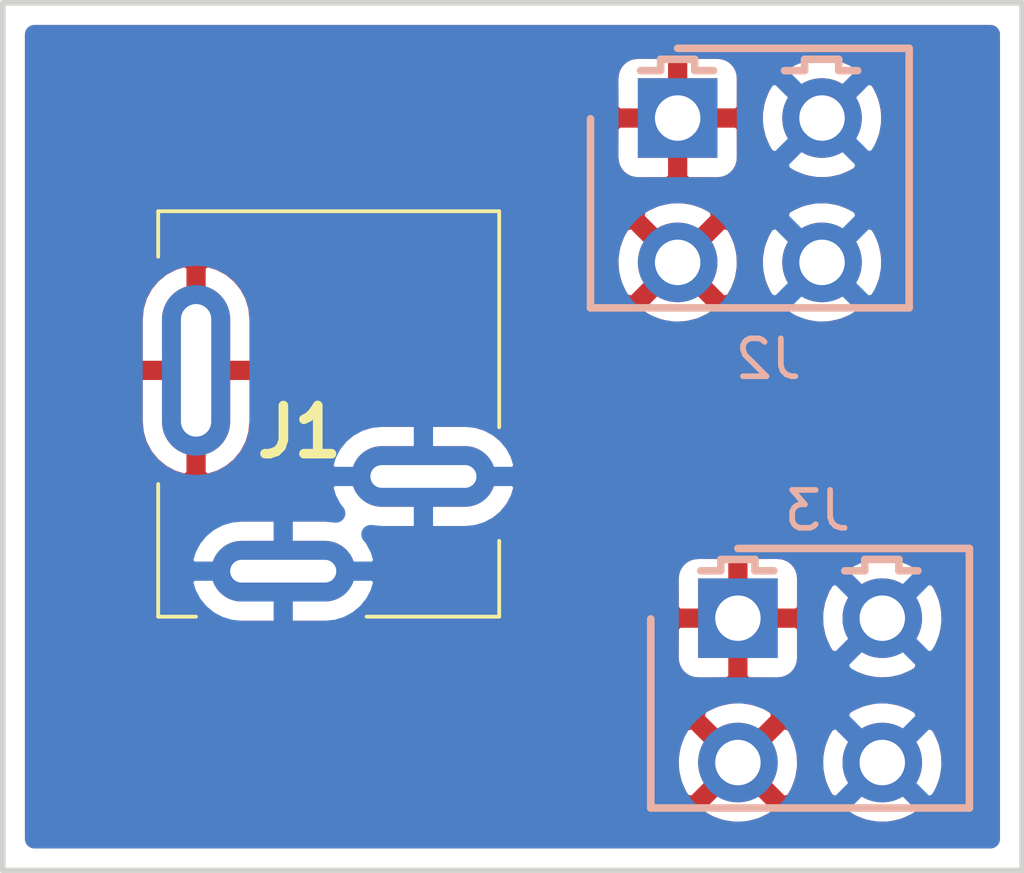
<source format=kicad_pcb>
(kicad_pcb (version 20171130) (host pcbnew "(5.1.6-0-10_14)")

  (general
    (thickness 1.6)
    (drawings 4)
    (tracks 0)
    (zones 0)
    (modules 3)
    (nets 3)
  )

  (page A4)
  (layers
    (0 F.Cu signal)
    (31 B.Cu signal)
    (32 B.Adhes user)
    (33 F.Adhes user)
    (34 B.Paste user)
    (35 F.Paste user)
    (36 B.SilkS user)
    (37 F.SilkS user)
    (38 B.Mask user)
    (39 F.Mask user)
    (40 Dwgs.User user)
    (41 Cmts.User user)
    (42 Eco1.User user)
    (43 Eco2.User user)
    (44 Edge.Cuts user)
    (45 Margin user)
    (46 B.CrtYd user)
    (47 F.CrtYd user)
    (48 B.Fab user)
    (49 F.Fab user)
  )

  (setup
    (last_trace_width 0.25)
    (trace_clearance 0.2)
    (zone_clearance 0.508)
    (zone_45_only no)
    (trace_min 0.2)
    (via_size 0.8)
    (via_drill 0.4)
    (via_min_size 0.4)
    (via_min_drill 0.3)
    (uvia_size 0.3)
    (uvia_drill 0.1)
    (uvias_allowed no)
    (uvia_min_size 0.2)
    (uvia_min_drill 0.1)
    (edge_width 0.05)
    (segment_width 0.2)
    (pcb_text_width 0.3)
    (pcb_text_size 1.5 1.5)
    (mod_edge_width 0.12)
    (mod_text_size 1 1)
    (mod_text_width 0.15)
    (pad_size 1.524 1.524)
    (pad_drill 0.762)
    (pad_to_mask_clearance 0.051)
    (solder_mask_min_width 0.25)
    (aux_axis_origin 0 0)
    (grid_origin 56.7 88.3)
    (visible_elements FFFFFF7F)
    (pcbplotparams
      (layerselection 0x010fc_ffffffff)
      (usegerberextensions false)
      (usegerberattributes false)
      (usegerberadvancedattributes false)
      (creategerberjobfile false)
      (excludeedgelayer true)
      (linewidth 0.100000)
      (plotframeref false)
      (viasonmask false)
      (mode 1)
      (useauxorigin false)
      (hpglpennumber 1)
      (hpglpenspeed 20)
      (hpglpendiameter 15.000000)
      (psnegative false)
      (psa4output false)
      (plotreference true)
      (plotvalue true)
      (plotinvisibletext false)
      (padsonsilk false)
      (subtractmaskfromsilk false)
      (outputformat 1)
      (mirror false)
      (drillshape 1)
      (scaleselection 1)
      (outputdirectory ""))
  )

  (net 0 "")
  (net 1 VCC)
  (net 2 GND)

  (net_class Default "This is the default net class."
    (clearance 0.2)
    (trace_width 0.25)
    (via_dia 0.8)
    (via_drill 0.4)
    (uvia_dia 0.3)
    (uvia_drill 0.1)
    (add_net GND)
    (add_net VCC)
  )

  (module Connector_BarrelJack:Wurth_694108402002 (layer F.Cu) (tedit 5F2C8408) (tstamp 5EEB5CBE)
    (at 68 70.3)
    (descr 694108402002-1)
    (tags Connector)
    (path /5EEB7694)
    (fp_text reference J1 (at 2.727 1.624) (layer F.SilkS)
      (effects (font (size 1.27 1.27) (thickness 0.254)))
    )
    (fp_text value Barrel_Jack_Switch (at 2.727 1.624) (layer F.SilkS) hide
      (effects (font (size 1.27 1.27) (thickness 0.254)))
    )
    (fp_text user %R (at 2.727 1.624) (layer F.Fab)
      (effects (font (size 1.27 1.27) (thickness 0.254)))
    )
    (fp_line (start -1 -4.2) (end 8 -4.2) (layer F.Fab) (width 0.2))
    (fp_line (start 8 -4.2) (end 8 6.5) (layer F.Fab) (width 0.2))
    (fp_line (start 8 6.5) (end -1 6.5) (layer F.Fab) (width 0.2))
    (fp_line (start -1 6.5) (end -1 -4.2) (layer F.Fab) (width 0.2))
    (fp_line (start -3.693 -5.2) (end 9.148 -5.2) (layer F.CrtYd) (width 0.1))
    (fp_line (start 9.148 -5.2) (end 9.148 8.448) (layer F.CrtYd) (width 0.1))
    (fp_line (start 9.148 8.448) (end -3.693 8.448) (layer F.CrtYd) (width 0.1))
    (fp_line (start -3.693 8.448) (end -3.693 -5.2) (layer F.CrtYd) (width 0.1))
    (fp_line (start -1 -3) (end -1 -4.2) (layer F.SilkS) (width 0.1))
    (fp_line (start -1 -4.2) (end 8 -4.2) (layer F.SilkS) (width 0.1))
    (fp_line (start 8 -4.2) (end 8 1.5) (layer F.SilkS) (width 0.1))
    (fp_line (start -1 3) (end -1 6.5) (layer F.SilkS) (width 0.1))
    (fp_line (start -1 6.5) (end 0 6.5) (layer F.SilkS) (width 0.1))
    (fp_line (start 4.5 6.5) (end 8 6.5) (layer F.SilkS) (width 0.1))
    (fp_line (start 8 6.5) (end 8 4.5) (layer F.SilkS) (width 0.1))
    (pad 1 thru_hole oval (at 0 0) (size 1.8 4.5) (drill oval 0.8 3.5) (layers *.Cu *.Mask)
      (net 1 VCC))
    (pad 2 thru_hole oval (at 2.3 5.3) (size 3.8 1.6) (drill oval 2.8 0.6) (layers *.Cu *.Mask)
      (net 2 GND))
    (pad 3 thru_hole oval (at 6 2.8) (size 3.8 1.6) (drill oval 2.8 0.6) (layers *.Cu *.Mask)
      (net 2 GND))
    (model 694108402002.stp
      (at (xyz 0 0 0))
      (scale (xyz 1 1 1))
      (rotate (xyz 0 0 0))
    )
  )

  (module Connector:PhoenixContact_IMCV_1777710 (layer B.Cu) (tedit 5EEA640B) (tstamp 5EEAC4A8)
    (at 78.41 61.8)
    (path /5EEC77C2)
    (fp_text reference J2 (at 4.69 8.2) (layer B.SilkS)
      (effects (font (size 1 1) (thickness 0.15)) (justify mirror))
    )
    (fp_text value Phoenix_IMC_1862577 (at 3.93 9) (layer B.Fab) hide
      (effects (font (size 1 1) (thickness 0.15)) (justify mirror))
    )
    (fp_line (start 8.41 6.85) (end 8.41 0) (layer B.Fab) (width 0.1))
    (fp_line (start 8.66 7.1) (end 8.66 -0.25) (layer B.CrtYd) (width 0.05))
    (fp_line (start -0.25 7.1) (end 8.66 7.1) (layer B.CrtYd) (width 0.05))
    (fp_line (start 0 0) (end 0 6.85) (layer B.Fab) (width 0.1))
    (fp_line (start 2.3 0) (end 8.41 0) (layer B.SilkS) (width 0.2))
    (fp_line (start -0.25 -0.25) (end -0.25 7.1) (layer B.CrtYd) (width 0.05))
    (fp_line (start 0 6.85) (end 0 1.86) (layer B.SilkS) (width 0.2))
    (fp_line (start 8.41 0) (end 8.41 6.85) (layer B.SilkS) (width 0.2))
    (fp_line (start 8.41 6.85) (end 0 6.85) (layer B.SilkS) (width 0.2))
    (fp_line (start 8.66 -0.25) (end -0.25 -0.25) (layer B.CrtYd) (width 0.05))
    (fp_line (start 0 6.85) (end 8.41 6.85) (layer B.Fab) (width 0.1))
    (fp_line (start 8.41 0) (end 0 0) (layer B.Fab) (width 0.1))
    (fp_line (start 1.32 0.59) (end 1.85 0.59) (layer B.SilkS) (width 0.2))
    (fp_line (start 2.75 0.59) (end 3.25 0.59) (layer B.SilkS) (width 0.2))
    (fp_line (start 1.85 0.29) (end 1.85 0.59) (layer B.SilkS) (width 0.2))
    (fp_line (start 2.75 0.29) (end 2.75 0.59) (layer B.SilkS) (width 0.2))
    (fp_line (start 1.85 0.29) (end 2.75 0.29) (layer B.SilkS) (width 0.2))
    (fp_line (start 5.65 0.29) (end 6.55 0.29) (layer B.SilkS) (width 0.2))
    (fp_line (start 6.55 0.29) (end 6.55 0.59) (layer B.SilkS) (width 0.2))
    (fp_line (start 5.65 0.29) (end 5.65 0.59) (layer B.SilkS) (width 0.2))
    (fp_line (start 6.55 0.59) (end 7.05 0.59) (layer B.SilkS) (width 0.2))
    (fp_line (start 5.12 0.59) (end 5.65 0.59) (layer B.SilkS) (width 0.2))
    (pad 1 thru_hole rect (at 2.3 1.84) (size 2.1 2.1) (drill 1.2) (layers *.Cu *.Mask)
      (net 1 VCC))
    (pad 2 thru_hole circle (at 2.3 5.65) (size 2.1 2.1) (drill 1.2) (layers *.Cu *.Mask)
      (net 1 VCC))
    (pad 3 thru_hole circle (at 6.11 1.84) (size 2.1 2.1) (drill 1.2) (layers *.Cu *.Mask)
      (net 2 GND))
    (pad 4 thru_hole circle (at 6.11 5.65) (size 2.1 2.1) (drill 1.2) (layers *.Cu *.Mask)
      (net 2 GND))
  )

  (module Connector:PhoenixContact_IMCV_1777710 (layer B.Cu) (tedit 5EEA640B) (tstamp 5EEAC1CA)
    (at 80 75)
    (path /5EEAA47A)
    (fp_text reference J3 (at 4.4 -1) (layer B.SilkS)
      (effects (font (size 1 1) (thickness 0.15)) (justify mirror))
    )
    (fp_text value Phoenix_IMC_1862577 (at -1.9 -1.5 90) (layer B.Fab) hide
      (effects (font (size 1 1) (thickness 0.15)) (justify mirror))
    )
    (fp_line (start 8.41 6.85) (end 8.41 0) (layer B.Fab) (width 0.1))
    (fp_line (start 8.66 7.1) (end 8.66 -0.25) (layer B.CrtYd) (width 0.05))
    (fp_line (start -0.25 7.1) (end 8.66 7.1) (layer B.CrtYd) (width 0.05))
    (fp_line (start 0 0) (end 0 6.85) (layer B.Fab) (width 0.1))
    (fp_line (start 2.3 0) (end 8.41 0) (layer B.SilkS) (width 0.2))
    (fp_line (start -0.25 -0.25) (end -0.25 7.1) (layer B.CrtYd) (width 0.05))
    (fp_line (start 0 6.85) (end 0 1.86) (layer B.SilkS) (width 0.2))
    (fp_line (start 8.41 0) (end 8.41 6.85) (layer B.SilkS) (width 0.2))
    (fp_line (start 8.41 6.85) (end 0 6.85) (layer B.SilkS) (width 0.2))
    (fp_line (start 8.66 -0.25) (end -0.25 -0.25) (layer B.CrtYd) (width 0.05))
    (fp_line (start 0 6.85) (end 8.41 6.85) (layer B.Fab) (width 0.1))
    (fp_line (start 8.41 0) (end 0 0) (layer B.Fab) (width 0.1))
    (fp_line (start 1.32 0.59) (end 1.85 0.59) (layer B.SilkS) (width 0.2))
    (fp_line (start 2.75 0.59) (end 3.25 0.59) (layer B.SilkS) (width 0.2))
    (fp_line (start 1.85 0.29) (end 1.85 0.59) (layer B.SilkS) (width 0.2))
    (fp_line (start 2.75 0.29) (end 2.75 0.59) (layer B.SilkS) (width 0.2))
    (fp_line (start 1.85 0.29) (end 2.75 0.29) (layer B.SilkS) (width 0.2))
    (fp_line (start 5.65 0.29) (end 6.55 0.29) (layer B.SilkS) (width 0.2))
    (fp_line (start 6.55 0.29) (end 6.55 0.59) (layer B.SilkS) (width 0.2))
    (fp_line (start 5.65 0.29) (end 5.65 0.59) (layer B.SilkS) (width 0.2))
    (fp_line (start 6.55 0.59) (end 7.05 0.59) (layer B.SilkS) (width 0.2))
    (fp_line (start 5.12 0.59) (end 5.65 0.59) (layer B.SilkS) (width 0.2))
    (pad 1 thru_hole rect (at 2.3 1.84) (size 2.1 2.1) (drill 1.2) (layers *.Cu *.Mask)
      (net 1 VCC))
    (pad 2 thru_hole circle (at 2.3 5.65) (size 2.1 2.1) (drill 1.2) (layers *.Cu *.Mask)
      (net 1 VCC))
    (pad 3 thru_hole circle (at 6.11 1.84) (size 2.1 2.1) (drill 1.2) (layers *.Cu *.Mask)
      (net 2 GND))
    (pad 4 thru_hole circle (at 6.11 5.65) (size 2.1 2.1) (drill 1.2) (layers *.Cu *.Mask)
      (net 2 GND))
  )

  (gr_line (start 62.9 83.5) (end 62.9 60.6) (layer Edge.Cuts) (width 0.15) (tstamp 5EEA5DC3))
  (gr_line (start 89.8 83.5) (end 62.9 83.5) (layer Edge.Cuts) (width 0.15) (tstamp 5EEB5B8F))
  (gr_line (start 89.8 60.6) (end 89.8 83.5) (layer Edge.Cuts) (width 0.15))
  (gr_line (start 62.9 60.6) (end 89.8 60.6) (layer Edge.Cuts) (width 0.15))

  (zone (net 1) (net_name VCC) (layer F.Cu) (tstamp 0) (hatch edge 0.508)
    (connect_pads (clearance 0.508))
    (min_thickness 0.5)
    (fill yes (arc_segments 32) (thermal_gap 0.508) (thermal_bridge_width 0.508))
    (polygon
      (pts
        (xy 89.815626 83.5) (xy 62.968751 83.5) (xy 62.8625 60.6) (xy 89.784375 60.6)
      )
    )
    (filled_polygon
      (pts
        (xy 88.967001 82.667) (xy 63.733 82.667) (xy 63.733 81.803463) (xy 81.152194 81.803463) (xy 81.235381 82.122128)
        (xy 81.543035 82.301538) (xy 81.879779 82.417481) (xy 82.232672 82.465501) (xy 82.588152 82.443751) (xy 82.932559 82.353069)
        (xy 83.252657 82.196939) (xy 83.364619 82.122128) (xy 83.447806 81.803463) (xy 82.3 80.655657) (xy 81.152194 81.803463)
        (xy 63.733 81.803463) (xy 63.733 80.582672) (xy 80.484499 80.582672) (xy 80.506249 80.938152) (xy 80.596931 81.282559)
        (xy 80.753061 81.602657) (xy 80.827872 81.714619) (xy 81.146537 81.797806) (xy 82.294343 80.65) (xy 82.305657 80.65)
        (xy 83.453463 81.797806) (xy 83.772128 81.714619) (xy 83.951538 81.406965) (xy 84.067481 81.070221) (xy 84.115501 80.717328)
        (xy 84.100487 80.471928) (xy 84.302 80.471928) (xy 84.302 80.828072) (xy 84.371481 81.177374) (xy 84.507771 81.506409)
        (xy 84.705635 81.802533) (xy 84.957467 82.054365) (xy 85.253591 82.252229) (xy 85.582626 82.388519) (xy 85.931928 82.458)
        (xy 86.288072 82.458) (xy 86.637374 82.388519) (xy 86.966409 82.252229) (xy 87.262533 82.054365) (xy 87.514365 81.802533)
        (xy 87.712229 81.506409) (xy 87.848519 81.177374) (xy 87.918 80.828072) (xy 87.918 80.471928) (xy 87.848519 80.122626)
        (xy 87.712229 79.793591) (xy 87.514365 79.497467) (xy 87.262533 79.245635) (xy 86.966409 79.047771) (xy 86.637374 78.911481)
        (xy 86.288072 78.842) (xy 85.931928 78.842) (xy 85.582626 78.911481) (xy 85.253591 79.047771) (xy 84.957467 79.245635)
        (xy 84.705635 79.497467) (xy 84.507771 79.793591) (xy 84.371481 80.122626) (xy 84.302 80.471928) (xy 84.100487 80.471928)
        (xy 84.093751 80.361848) (xy 84.003069 80.017441) (xy 83.846939 79.697343) (xy 83.772128 79.585381) (xy 83.453463 79.502194)
        (xy 82.305657 80.65) (xy 82.294343 80.65) (xy 81.146537 79.502194) (xy 80.827872 79.585381) (xy 80.648462 79.893035)
        (xy 80.532519 80.229779) (xy 80.484499 80.582672) (xy 63.733 80.582672) (xy 63.733 79.496537) (xy 81.152194 79.496537)
        (xy 82.3 80.644343) (xy 83.447806 79.496537) (xy 83.364619 79.177872) (xy 83.056965 78.998462) (xy 82.720221 78.882519)
        (xy 82.367328 78.834499) (xy 82.011848 78.856249) (xy 81.667441 78.946931) (xy 81.347343 79.103061) (xy 81.235381 79.177872)
        (xy 81.152194 79.496537) (xy 63.733 79.496537) (xy 63.733 77.89) (xy 80.488332 77.89) (xy 80.502967 78.038594)
        (xy 80.546311 78.181478) (xy 80.616696 78.31316) (xy 80.711419 78.428581) (xy 80.82684 78.523304) (xy 80.958522 78.593689)
        (xy 81.101406 78.637033) (xy 81.25 78.651668) (xy 82.1065 78.648) (xy 82.296 78.4585) (xy 82.296 76.844)
        (xy 82.304 76.844) (xy 82.304 78.4585) (xy 82.4935 78.648) (xy 83.35 78.651668) (xy 83.498594 78.637033)
        (xy 83.641478 78.593689) (xy 83.77316 78.523304) (xy 83.888581 78.428581) (xy 83.983304 78.31316) (xy 84.053689 78.181478)
        (xy 84.097033 78.038594) (xy 84.111668 77.89) (xy 84.108 77.0335) (xy 83.9185 76.844) (xy 82.304 76.844)
        (xy 82.296 76.844) (xy 80.6815 76.844) (xy 80.492 77.0335) (xy 80.488332 77.89) (xy 63.733 77.89)
        (xy 63.733 75.6) (xy 67.634462 75.6) (xy 67.664543 75.905421) (xy 67.753631 76.199105) (xy 67.898303 76.469766)
        (xy 68.092997 76.707003) (xy 68.330234 76.901697) (xy 68.600895 77.046369) (xy 68.894579 77.135457) (xy 69.123465 77.158)
        (xy 71.476535 77.158) (xy 71.705421 77.135457) (xy 71.999105 77.046369) (xy 72.269766 76.901697) (xy 72.507003 76.707003)
        (xy 72.701697 76.469766) (xy 72.846369 76.199105) (xy 72.935457 75.905421) (xy 72.946824 75.79) (xy 80.488332 75.79)
        (xy 80.492 76.6465) (xy 80.6815 76.836) (xy 82.296 76.836) (xy 82.296 75.2215) (xy 82.304 75.2215)
        (xy 82.304 76.836) (xy 83.9185 76.836) (xy 84.092572 76.661928) (xy 84.302 76.661928) (xy 84.302 77.018072)
        (xy 84.371481 77.367374) (xy 84.507771 77.696409) (xy 84.705635 77.992533) (xy 84.957467 78.244365) (xy 85.253591 78.442229)
        (xy 85.582626 78.578519) (xy 85.931928 78.648) (xy 86.288072 78.648) (xy 86.637374 78.578519) (xy 86.966409 78.442229)
        (xy 87.262533 78.244365) (xy 87.514365 77.992533) (xy 87.712229 77.696409) (xy 87.848519 77.367374) (xy 87.918 77.018072)
        (xy 87.918 76.661928) (xy 87.848519 76.312626) (xy 87.712229 75.983591) (xy 87.514365 75.687467) (xy 87.262533 75.435635)
        (xy 86.966409 75.237771) (xy 86.637374 75.101481) (xy 86.288072 75.032) (xy 85.931928 75.032) (xy 85.582626 75.101481)
        (xy 85.253591 75.237771) (xy 84.957467 75.435635) (xy 84.705635 75.687467) (xy 84.507771 75.983591) (xy 84.371481 76.312626)
        (xy 84.302 76.661928) (xy 84.092572 76.661928) (xy 84.108 76.6465) (xy 84.111668 75.79) (xy 84.097033 75.641406)
        (xy 84.053689 75.498522) (xy 83.983304 75.36684) (xy 83.888581 75.251419) (xy 83.77316 75.156696) (xy 83.641478 75.086311)
        (xy 83.498594 75.042967) (xy 83.35 75.028332) (xy 82.4935 75.032) (xy 82.304 75.2215) (xy 82.296 75.2215)
        (xy 82.1065 75.032) (xy 81.25 75.028332) (xy 81.101406 75.042967) (xy 80.958522 75.086311) (xy 80.82684 75.156696)
        (xy 80.711419 75.251419) (xy 80.616696 75.36684) (xy 80.546311 75.498522) (xy 80.502967 75.641406) (xy 80.488332 75.79)
        (xy 72.946824 75.79) (xy 72.965538 75.6) (xy 72.935457 75.294579) (xy 72.846369 75.000895) (xy 72.701697 74.730234)
        (xy 72.626496 74.6386) (xy 72.823465 74.658) (xy 75.176535 74.658) (xy 75.405421 74.635457) (xy 75.699105 74.546369)
        (xy 75.969766 74.401697) (xy 76.207003 74.207003) (xy 76.401697 73.969766) (xy 76.546369 73.699105) (xy 76.635457 73.405421)
        (xy 76.665538 73.1) (xy 76.635457 72.794579) (xy 76.546369 72.500895) (xy 76.401697 72.230234) (xy 76.207003 71.992997)
        (xy 75.969766 71.798303) (xy 75.699105 71.653631) (xy 75.405421 71.564543) (xy 75.176535 71.542) (xy 72.823465 71.542)
        (xy 72.594579 71.564543) (xy 72.300895 71.653631) (xy 72.030234 71.798303) (xy 71.792997 71.992997) (xy 71.598303 72.230234)
        (xy 71.453631 72.500895) (xy 71.364543 72.794579) (xy 71.334462 73.1) (xy 71.364543 73.405421) (xy 71.453631 73.699105)
        (xy 71.598303 73.969766) (xy 71.673504 74.0614) (xy 71.476535 74.042) (xy 69.123465 74.042) (xy 68.894579 74.064543)
        (xy 68.600895 74.153631) (xy 68.330234 74.298303) (xy 68.092997 74.492997) (xy 67.898303 74.730234) (xy 67.753631 75.000895)
        (xy 67.664543 75.294579) (xy 67.634462 75.6) (xy 63.733 75.6) (xy 63.733 70.304) (xy 66.342 70.304)
        (xy 66.342 71.654) (xy 66.374638 71.977383) (xy 66.469738 72.288185) (xy 66.623645 72.574462) (xy 66.830445 72.825212)
        (xy 67.08219 73.030799) (xy 67.369206 73.183323) (xy 67.680463 73.276922) (xy 67.736682 73.286957) (xy 67.996 73.118495)
        (xy 67.996 70.304) (xy 68.004 70.304) (xy 68.004 73.118495) (xy 68.263318 73.286957) (xy 68.319537 73.276922)
        (xy 68.630794 73.183323) (xy 68.91781 73.030799) (xy 69.169555 72.825212) (xy 69.376355 72.574462) (xy 69.530262 72.288185)
        (xy 69.625362 71.977383) (xy 69.658 71.654) (xy 69.658 70.304) (xy 68.004 70.304) (xy 67.996 70.304)
        (xy 66.342 70.304) (xy 63.733 70.304) (xy 63.733 68.946) (xy 66.342 68.946) (xy 66.342 70.296)
        (xy 67.996 70.296) (xy 67.996 67.481505) (xy 68.004 67.481505) (xy 68.004 70.296) (xy 69.658 70.296)
        (xy 69.658 68.946) (xy 69.625362 68.622617) (xy 69.619502 68.603463) (xy 79.562194 68.603463) (xy 79.645381 68.922128)
        (xy 79.953035 69.101538) (xy 80.289779 69.217481) (xy 80.642672 69.265501) (xy 80.998152 69.243751) (xy 81.342559 69.153069)
        (xy 81.662657 68.996939) (xy 81.774619 68.922128) (xy 81.857806 68.603463) (xy 80.71 67.455657) (xy 79.562194 68.603463)
        (xy 69.619502 68.603463) (xy 69.530262 68.311815) (xy 69.376355 68.025538) (xy 69.169555 67.774788) (xy 68.91781 67.569201)
        (xy 68.630794 67.416677) (xy 68.517713 67.382672) (xy 78.894499 67.382672) (xy 78.916249 67.738152) (xy 79.006931 68.082559)
        (xy 79.163061 68.402657) (xy 79.237872 68.514619) (xy 79.556537 68.597806) (xy 80.704343 67.45) (xy 80.715657 67.45)
        (xy 81.863463 68.597806) (xy 82.182128 68.514619) (xy 82.361538 68.206965) (xy 82.477481 67.870221) (xy 82.525501 67.517328)
        (xy 82.510487 67.271928) (xy 82.712 67.271928) (xy 82.712 67.628072) (xy 82.781481 67.977374) (xy 82.917771 68.306409)
        (xy 83.115635 68.602533) (xy 83.367467 68.854365) (xy 83.663591 69.052229) (xy 83.992626 69.188519) (xy 84.341928 69.258)
        (xy 84.698072 69.258) (xy 85.047374 69.188519) (xy 85.376409 69.052229) (xy 85.672533 68.854365) (xy 85.924365 68.602533)
        (xy 86.122229 68.306409) (xy 86.258519 67.977374) (xy 86.328 67.628072) (xy 86.328 67.271928) (xy 86.258519 66.922626)
        (xy 86.122229 66.593591) (xy 85.924365 66.297467) (xy 85.672533 66.045635) (xy 85.376409 65.847771) (xy 85.047374 65.711481)
        (xy 84.698072 65.642) (xy 84.341928 65.642) (xy 83.992626 65.711481) (xy 83.663591 65.847771) (xy 83.367467 66.045635)
        (xy 83.115635 66.297467) (xy 82.917771 66.593591) (xy 82.781481 66.922626) (xy 82.712 67.271928) (xy 82.510487 67.271928)
        (xy 82.503751 67.161848) (xy 82.413069 66.817441) (xy 82.256939 66.497343) (xy 82.182128 66.385381) (xy 81.863463 66.302194)
        (xy 80.715657 67.45) (xy 80.704343 67.45) (xy 79.556537 66.302194) (xy 79.237872 66.385381) (xy 79.058462 66.693035)
        (xy 78.942519 67.029779) (xy 78.894499 67.382672) (xy 68.517713 67.382672) (xy 68.319537 67.323078) (xy 68.263318 67.313043)
        (xy 68.004 67.481505) (xy 67.996 67.481505) (xy 67.736682 67.313043) (xy 67.680463 67.323078) (xy 67.369206 67.416677)
        (xy 67.08219 67.569201) (xy 66.830445 67.774788) (xy 66.623645 68.025538) (xy 66.469738 68.311815) (xy 66.374638 68.622617)
        (xy 66.342 68.946) (xy 63.733 68.946) (xy 63.733 66.296537) (xy 79.562194 66.296537) (xy 80.71 67.444343)
        (xy 81.857806 66.296537) (xy 81.774619 65.977872) (xy 81.466965 65.798462) (xy 81.130221 65.682519) (xy 80.777328 65.634499)
        (xy 80.421848 65.656249) (xy 80.077441 65.746931) (xy 79.757343 65.903061) (xy 79.645381 65.977872) (xy 79.562194 66.296537)
        (xy 63.733 66.296537) (xy 63.733 64.69) (xy 78.898332 64.69) (xy 78.912967 64.838594) (xy 78.956311 64.981478)
        (xy 79.026696 65.11316) (xy 79.121419 65.228581) (xy 79.23684 65.323304) (xy 79.368522 65.393689) (xy 79.511406 65.437033)
        (xy 79.66 65.451668) (xy 80.5165 65.448) (xy 80.706 65.2585) (xy 80.706 63.644) (xy 80.714 63.644)
        (xy 80.714 65.2585) (xy 80.9035 65.448) (xy 81.76 65.451668) (xy 81.908594 65.437033) (xy 82.051478 65.393689)
        (xy 82.18316 65.323304) (xy 82.298581 65.228581) (xy 82.393304 65.11316) (xy 82.463689 64.981478) (xy 82.507033 64.838594)
        (xy 82.521668 64.69) (xy 82.518 63.8335) (xy 82.3285 63.644) (xy 80.714 63.644) (xy 80.706 63.644)
        (xy 79.0915 63.644) (xy 78.902 63.8335) (xy 78.898332 64.69) (xy 63.733 64.69) (xy 63.733 62.59)
        (xy 78.898332 62.59) (xy 78.902 63.4465) (xy 79.0915 63.636) (xy 80.706 63.636) (xy 80.706 62.0215)
        (xy 80.714 62.0215) (xy 80.714 63.636) (xy 82.3285 63.636) (xy 82.502572 63.461928) (xy 82.712 63.461928)
        (xy 82.712 63.818072) (xy 82.781481 64.167374) (xy 82.917771 64.496409) (xy 83.115635 64.792533) (xy 83.367467 65.044365)
        (xy 83.663591 65.242229) (xy 83.992626 65.378519) (xy 84.341928 65.448) (xy 84.698072 65.448) (xy 85.047374 65.378519)
        (xy 85.376409 65.242229) (xy 85.672533 65.044365) (xy 85.924365 64.792533) (xy 86.122229 64.496409) (xy 86.258519 64.167374)
        (xy 86.328 63.818072) (xy 86.328 63.461928) (xy 86.258519 63.112626) (xy 86.122229 62.783591) (xy 85.924365 62.487467)
        (xy 85.672533 62.235635) (xy 85.376409 62.037771) (xy 85.047374 61.901481) (xy 84.698072 61.832) (xy 84.341928 61.832)
        (xy 83.992626 61.901481) (xy 83.663591 62.037771) (xy 83.367467 62.235635) (xy 83.115635 62.487467) (xy 82.917771 62.783591)
        (xy 82.781481 63.112626) (xy 82.712 63.461928) (xy 82.502572 63.461928) (xy 82.518 63.4465) (xy 82.521668 62.59)
        (xy 82.507033 62.441406) (xy 82.463689 62.298522) (xy 82.393304 62.16684) (xy 82.298581 62.051419) (xy 82.18316 61.956696)
        (xy 82.051478 61.886311) (xy 81.908594 61.842967) (xy 81.76 61.828332) (xy 80.9035 61.832) (xy 80.714 62.0215)
        (xy 80.706 62.0215) (xy 80.5165 61.832) (xy 79.66 61.828332) (xy 79.511406 61.842967) (xy 79.368522 61.886311)
        (xy 79.23684 61.956696) (xy 79.121419 62.051419) (xy 79.026696 62.16684) (xy 78.956311 62.298522) (xy 78.912967 62.441406)
        (xy 78.898332 62.59) (xy 63.733 62.59) (xy 63.733 61.433) (xy 88.967 61.433)
      )
    )
  )
  (zone (net 2) (net_name GND) (layer B.Cu) (tstamp 5EEA63B2) (hatch edge 0.508)
    (connect_pads (clearance 0.508))
    (min_thickness 0.5)
    (fill yes (arc_segments 32) (thermal_gap 0.508) (thermal_bridge_width 0.508))
    (polygon
      (pts
        (xy 89.75 83.5) (xy 62.85 83.5) (xy 62.9 60.6) (xy 89.8 60.6)
      )
    )
    (filled_polygon
      (pts
        (xy 88.967001 82.667) (xy 63.733 82.667) (xy 63.733 80.471928) (xy 80.492 80.471928) (xy 80.492 80.828072)
        (xy 80.561481 81.177374) (xy 80.697771 81.506409) (xy 80.895635 81.802533) (xy 81.147467 82.054365) (xy 81.443591 82.252229)
        (xy 81.772626 82.388519) (xy 82.121928 82.458) (xy 82.478072 82.458) (xy 82.827374 82.388519) (xy 83.156409 82.252229)
        (xy 83.452533 82.054365) (xy 83.703435 81.803463) (xy 84.962194 81.803463) (xy 85.045381 82.122128) (xy 85.353035 82.301538)
        (xy 85.689779 82.417481) (xy 86.042672 82.465501) (xy 86.398152 82.443751) (xy 86.742559 82.353069) (xy 87.062657 82.196939)
        (xy 87.174619 82.122128) (xy 87.257806 81.803463) (xy 86.11 80.655657) (xy 84.962194 81.803463) (xy 83.703435 81.803463)
        (xy 83.704365 81.802533) (xy 83.902229 81.506409) (xy 84.038519 81.177374) (xy 84.108 80.828072) (xy 84.108 80.582672)
        (xy 84.294499 80.582672) (xy 84.316249 80.938152) (xy 84.406931 81.282559) (xy 84.563061 81.602657) (xy 84.637872 81.714619)
        (xy 84.956537 81.797806) (xy 86.104343 80.65) (xy 86.115657 80.65) (xy 87.263463 81.797806) (xy 87.582128 81.714619)
        (xy 87.761538 81.406965) (xy 87.877481 81.070221) (xy 87.925501 80.717328) (xy 87.903751 80.361848) (xy 87.813069 80.017441)
        (xy 87.656939 79.697343) (xy 87.582128 79.585381) (xy 87.263463 79.502194) (xy 86.115657 80.65) (xy 86.104343 80.65)
        (xy 84.956537 79.502194) (xy 84.637872 79.585381) (xy 84.458462 79.893035) (xy 84.342519 80.229779) (xy 84.294499 80.582672)
        (xy 84.108 80.582672) (xy 84.108 80.471928) (xy 84.038519 80.122626) (xy 83.902229 79.793591) (xy 83.704365 79.497467)
        (xy 83.703435 79.496537) (xy 84.962194 79.496537) (xy 86.11 80.644343) (xy 87.257806 79.496537) (xy 87.174619 79.177872)
        (xy 86.866965 78.998462) (xy 86.530221 78.882519) (xy 86.177328 78.834499) (xy 85.821848 78.856249) (xy 85.477441 78.946931)
        (xy 85.157343 79.103061) (xy 85.045381 79.177872) (xy 84.962194 79.496537) (xy 83.703435 79.496537) (xy 83.452533 79.245635)
        (xy 83.156409 79.047771) (xy 82.827374 78.911481) (xy 82.478072 78.842) (xy 82.121928 78.842) (xy 81.772626 78.911481)
        (xy 81.443591 79.047771) (xy 81.147467 79.245635) (xy 80.895635 79.497467) (xy 80.697771 79.793591) (xy 80.561481 80.122626)
        (xy 80.492 80.471928) (xy 63.733 80.471928) (xy 63.733 75.847675) (xy 67.661812 75.847675) (xy 67.671157 75.900029)
        (xy 67.759066 76.192526) (xy 67.902349 76.462253) (xy 68.0955 76.698844) (xy 68.331096 76.893207) (xy 68.600084 77.037873)
        (xy 68.892126 77.127283) (xy 69.196 77.158) (xy 70.296 77.158) (xy 70.296 75.604) (xy 70.304 75.604)
        (xy 70.304 77.158) (xy 71.404 77.158) (xy 71.707874 77.127283) (xy 71.999916 77.037873) (xy 72.268904 76.893207)
        (xy 72.5045 76.698844) (xy 72.697651 76.462253) (xy 72.840934 76.192526) (xy 72.928843 75.900029) (xy 72.938188 75.847675)
        (xy 72.898024 75.79) (xy 80.488333 75.79) (xy 80.488333 77.89) (xy 80.502968 78.038594) (xy 80.546311 78.181477)
        (xy 80.616697 78.31316) (xy 80.71142 78.42858) (xy 80.82684 78.523303) (xy 80.958523 78.593689) (xy 81.101406 78.637032)
        (xy 81.25 78.651667) (xy 83.35 78.651667) (xy 83.498594 78.637032) (xy 83.641477 78.593689) (xy 83.77316 78.523303)
        (xy 83.88858 78.42858) (xy 83.983303 78.31316) (xy 84.053689 78.181477) (xy 84.097032 78.038594) (xy 84.101476 77.993463)
        (xy 84.962194 77.993463) (xy 85.045381 78.312128) (xy 85.353035 78.491538) (xy 85.689779 78.607481) (xy 86.042672 78.655501)
        (xy 86.398152 78.633751) (xy 86.742559 78.543069) (xy 87.062657 78.386939) (xy 87.174619 78.312128) (xy 87.257806 77.993463)
        (xy 86.11 76.845657) (xy 84.962194 77.993463) (xy 84.101476 77.993463) (xy 84.111667 77.89) (xy 84.111667 76.772672)
        (xy 84.294499 76.772672) (xy 84.316249 77.128152) (xy 84.406931 77.472559) (xy 84.563061 77.792657) (xy 84.637872 77.904619)
        (xy 84.956537 77.987806) (xy 86.104343 76.84) (xy 86.115657 76.84) (xy 87.263463 77.987806) (xy 87.582128 77.904619)
        (xy 87.761538 77.596965) (xy 87.877481 77.260221) (xy 87.925501 76.907328) (xy 87.903751 76.551848) (xy 87.813069 76.207441)
        (xy 87.656939 75.887343) (xy 87.582128 75.775381) (xy 87.263463 75.692194) (xy 86.115657 76.84) (xy 86.104343 76.84)
        (xy 84.956537 75.692194) (xy 84.637872 75.775381) (xy 84.458462 76.083035) (xy 84.342519 76.419779) (xy 84.294499 76.772672)
        (xy 84.111667 76.772672) (xy 84.111667 75.79) (xy 84.101477 75.686537) (xy 84.962194 75.686537) (xy 86.11 76.834343)
        (xy 87.257806 75.686537) (xy 87.174619 75.367872) (xy 86.866965 75.188462) (xy 86.530221 75.072519) (xy 86.177328 75.024499)
        (xy 85.821848 75.046249) (xy 85.477441 75.136931) (xy 85.157343 75.293061) (xy 85.045381 75.367872) (xy 84.962194 75.686537)
        (xy 84.101477 75.686537) (xy 84.097032 75.641406) (xy 84.053689 75.498523) (xy 83.983303 75.36684) (xy 83.88858 75.25142)
        (xy 83.77316 75.156697) (xy 83.641477 75.086311) (xy 83.498594 75.042968) (xy 83.35 75.028333) (xy 81.25 75.028333)
        (xy 81.101406 75.042968) (xy 80.958523 75.086311) (xy 80.82684 75.156697) (xy 80.71142 75.25142) (xy 80.616697 75.36684)
        (xy 80.546311 75.498523) (xy 80.502968 75.641406) (xy 80.488333 75.79) (xy 72.898024 75.79) (xy 72.768494 75.604)
        (xy 70.304 75.604) (xy 70.296 75.604) (xy 67.831506 75.604) (xy 67.661812 75.847675) (xy 63.733 75.847675)
        (xy 63.733 75.352325) (xy 67.661812 75.352325) (xy 67.831506 75.596) (xy 70.296 75.596) (xy 70.296 74.042)
        (xy 70.304 74.042) (xy 70.304 75.596) (xy 72.768494 75.596) (xy 72.938188 75.352325) (xy 72.928843 75.299971)
        (xy 72.840934 75.007474) (xy 72.697651 74.737747) (xy 72.608849 74.628973) (xy 72.896 74.658) (xy 73.996 74.658)
        (xy 73.996 73.104) (xy 74.004 73.104) (xy 74.004 74.658) (xy 75.104 74.658) (xy 75.407874 74.627283)
        (xy 75.699916 74.537873) (xy 75.968904 74.393207) (xy 76.2045 74.198844) (xy 76.397651 73.962253) (xy 76.540934 73.692526)
        (xy 76.628843 73.400029) (xy 76.638188 73.347675) (xy 76.468494 73.104) (xy 74.004 73.104) (xy 73.996 73.104)
        (xy 71.531506 73.104) (xy 71.361812 73.347675) (xy 71.371157 73.400029) (xy 71.459066 73.692526) (xy 71.602349 73.962253)
        (xy 71.691151 74.071027) (xy 71.404 74.042) (xy 70.304 74.042) (xy 70.296 74.042) (xy 69.196 74.042)
        (xy 68.892126 74.072717) (xy 68.600084 74.162127) (xy 68.331096 74.306793) (xy 68.0955 74.501156) (xy 67.902349 74.737747)
        (xy 67.759066 75.007474) (xy 67.671157 75.299971) (xy 67.661812 75.352325) (xy 63.733 75.352325) (xy 63.733 68.868552)
        (xy 66.342 68.868552) (xy 66.342001 71.731449) (xy 66.365991 71.975025) (xy 66.460797 72.287559) (xy 66.614754 72.575592)
        (xy 66.821946 72.828055) (xy 67.074409 73.035247) (xy 67.362442 73.189204) (xy 67.674976 73.28401) (xy 68 73.316022)
        (xy 68.325025 73.28401) (xy 68.637559 73.189204) (xy 68.925592 73.035247) (xy 69.148482 72.852325) (xy 71.361812 72.852325)
        (xy 71.531506 73.096) (xy 73.996 73.096) (xy 73.996 71.542) (xy 74.004 71.542) (xy 74.004 73.096)
        (xy 76.468494 73.096) (xy 76.638188 72.852325) (xy 76.628843 72.799971) (xy 76.540934 72.507474) (xy 76.397651 72.237747)
        (xy 76.2045 72.001156) (xy 75.968904 71.806793) (xy 75.699916 71.662127) (xy 75.407874 71.572717) (xy 75.104 71.542)
        (xy 74.004 71.542) (xy 73.996 71.542) (xy 72.896 71.542) (xy 72.592126 71.572717) (xy 72.300084 71.662127)
        (xy 72.031096 71.806793) (xy 71.7955 72.001156) (xy 71.602349 72.237747) (xy 71.459066 72.507474) (xy 71.371157 72.799971)
        (xy 71.361812 72.852325) (xy 69.148482 72.852325) (xy 69.178055 72.828055) (xy 69.385247 72.575592) (xy 69.539204 72.287559)
        (xy 69.63401 71.975025) (xy 69.658 71.731449) (xy 69.658 68.868551) (xy 69.63401 68.624975) (xy 69.539204 68.312441)
        (xy 69.385247 68.024408) (xy 69.178055 67.771945) (xy 68.925591 67.564753) (xy 68.637558 67.410796) (xy 68.325024 67.31599)
        (xy 68 67.283978) (xy 67.674975 67.31599) (xy 67.362441 67.410796) (xy 67.074408 67.564753) (xy 66.821945 67.771945)
        (xy 66.614753 68.024409) (xy 66.460796 68.312442) (xy 66.36599 68.624976) (xy 66.342 68.868552) (xy 63.733 68.868552)
        (xy 63.733 67.271928) (xy 78.902 67.271928) (xy 78.902 67.628072) (xy 78.971481 67.977374) (xy 79.107771 68.306409)
        (xy 79.305635 68.602533) (xy 79.557467 68.854365) (xy 79.853591 69.052229) (xy 80.182626 69.188519) (xy 80.531928 69.258)
        (xy 80.888072 69.258) (xy 81.237374 69.188519) (xy 81.566409 69.052229) (xy 81.862533 68.854365) (xy 82.113435 68.603463)
        (xy 83.372194 68.603463) (xy 83.455381 68.922128) (xy 83.763035 69.101538) (xy 84.099779 69.217481) (xy 84.452672 69.265501)
        (xy 84.808152 69.243751) (xy 85.152559 69.153069) (xy 85.472657 68.996939) (xy 85.584619 68.922128) (xy 85.667806 68.603463)
        (xy 84.52 67.455657) (xy 83.372194 68.603463) (xy 82.113435 68.603463) (xy 82.114365 68.602533) (xy 82.312229 68.306409)
        (xy 82.448519 67.977374) (xy 82.518 67.628072) (xy 82.518 67.382672) (xy 82.704499 67.382672) (xy 82.726249 67.738152)
        (xy 82.816931 68.082559) (xy 82.973061 68.402657) (xy 83.047872 68.514619) (xy 83.366537 68.597806) (xy 84.514343 67.45)
        (xy 84.525657 67.45) (xy 85.673463 68.597806) (xy 85.992128 68.514619) (xy 86.171538 68.206965) (xy 86.287481 67.870221)
        (xy 86.335501 67.517328) (xy 86.313751 67.161848) (xy 86.223069 66.817441) (xy 86.066939 66.497343) (xy 85.992128 66.385381)
        (xy 85.673463 66.302194) (xy 84.525657 67.45) (xy 84.514343 67.45) (xy 83.366537 66.302194) (xy 83.047872 66.385381)
        (xy 82.868462 66.693035) (xy 82.752519 67.029779) (xy 82.704499 67.382672) (xy 82.518 67.382672) (xy 82.518 67.271928)
        (xy 82.448519 66.922626) (xy 82.312229 66.593591) (xy 82.114365 66.297467) (xy 82.113435 66.296537) (xy 83.372194 66.296537)
        (xy 84.52 67.444343) (xy 85.667806 66.296537) (xy 85.584619 65.977872) (xy 85.276965 65.798462) (xy 84.940221 65.682519)
        (xy 84.587328 65.634499) (xy 84.231848 65.656249) (xy 83.887441 65.746931) (xy 83.567343 65.903061) (xy 83.455381 65.977872)
        (xy 83.372194 66.296537) (xy 82.113435 66.296537) (xy 81.862533 66.045635) (xy 81.566409 65.847771) (xy 81.237374 65.711481)
        (xy 80.888072 65.642) (xy 80.531928 65.642) (xy 80.182626 65.711481) (xy 79.853591 65.847771) (xy 79.557467 66.045635)
        (xy 79.305635 66.297467) (xy 79.107771 66.593591) (xy 78.971481 66.922626) (xy 78.902 67.271928) (xy 63.733 67.271928)
        (xy 63.733 62.59) (xy 78.898333 62.59) (xy 78.898333 64.69) (xy 78.912968 64.838594) (xy 78.956311 64.981477)
        (xy 79.026697 65.11316) (xy 79.12142 65.22858) (xy 79.23684 65.323303) (xy 79.368523 65.393689) (xy 79.511406 65.437032)
        (xy 79.66 65.451667) (xy 81.76 65.451667) (xy 81.908594 65.437032) (xy 82.051477 65.393689) (xy 82.18316 65.323303)
        (xy 82.29858 65.22858) (xy 82.393303 65.11316) (xy 82.463689 64.981477) (xy 82.507032 64.838594) (xy 82.511476 64.793463)
        (xy 83.372194 64.793463) (xy 83.455381 65.112128) (xy 83.763035 65.291538) (xy 84.099779 65.407481) (xy 84.452672 65.455501)
        (xy 84.808152 65.433751) (xy 85.152559 65.343069) (xy 85.472657 65.186939) (xy 85.584619 65.112128) (xy 85.667806 64.793463)
        (xy 84.52 63.645657) (xy 83.372194 64.793463) (xy 82.511476 64.793463) (xy 82.521667 64.69) (xy 82.521667 63.572672)
        (xy 82.704499 63.572672) (xy 82.726249 63.928152) (xy 82.816931 64.272559) (xy 82.973061 64.592657) (xy 83.047872 64.704619)
        (xy 83.366537 64.787806) (xy 84.514343 63.64) (xy 84.525657 63.64) (xy 85.673463 64.787806) (xy 85.992128 64.704619)
        (xy 86.171538 64.396965) (xy 86.287481 64.060221) (xy 86.335501 63.707328) (xy 86.313751 63.351848) (xy 86.223069 63.007441)
        (xy 86.066939 62.687343) (xy 85.992128 62.575381) (xy 85.673463 62.492194) (xy 84.525657 63.64) (xy 84.514343 63.64)
        (xy 83.366537 62.492194) (xy 83.047872 62.575381) (xy 82.868462 62.883035) (xy 82.752519 63.219779) (xy 82.704499 63.572672)
        (xy 82.521667 63.572672) (xy 82.521667 62.59) (xy 82.511477 62.486537) (xy 83.372194 62.486537) (xy 84.52 63.634343)
        (xy 85.667806 62.486537) (xy 85.584619 62.167872) (xy 85.276965 61.988462) (xy 84.940221 61.872519) (xy 84.587328 61.824499)
        (xy 84.231848 61.846249) (xy 83.887441 61.936931) (xy 83.567343 62.093061) (xy 83.455381 62.167872) (xy 83.372194 62.486537)
        (xy 82.511477 62.486537) (xy 82.507032 62.441406) (xy 82.463689 62.298523) (xy 82.393303 62.16684) (xy 82.29858 62.05142)
        (xy 82.18316 61.956697) (xy 82.051477 61.886311) (xy 81.908594 61.842968) (xy 81.76 61.828333) (xy 79.66 61.828333)
        (xy 79.511406 61.842968) (xy 79.368523 61.886311) (xy 79.23684 61.956697) (xy 79.12142 62.05142) (xy 79.026697 62.16684)
        (xy 78.956311 62.298523) (xy 78.912968 62.441406) (xy 78.898333 62.59) (xy 63.733 62.59) (xy 63.733 61.433)
        (xy 88.967 61.433)
      )
    )
  )
)

</source>
